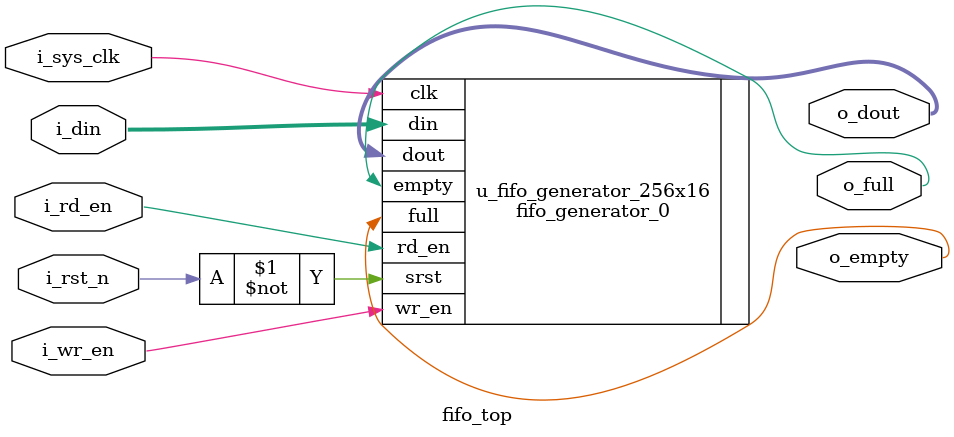
<source format=v>
`timescale 1ns / 1ps


module fifo_top
(
	 input              i_sys_clk
	,input              i_rst_n
	,input    [15:0]    i_din
	,input              i_wr_en
	,input              i_rd_en
	,output   [15:0]    o_dout
	,output             o_empty
	,output             o_full
);
		
fifo_generator_0 u_fifo_generator_256x16
(
	.clk       (i_sys_clk ),//: IN STD_LOGIC;
	.srst      (~i_rst_n  ),//: IN STD_LOGIC;
	.din       (i_din     ),//: IN STD_LOGIC_VECTOR(15 DOWNTO 0);
	.wr_en     (i_wr_en   ),//: IN STD_LOGIC;
	.rd_en     (i_rd_en   ),//: IN STD_LOGIC;
	.dout      (o_dout    ),//: OUT STD_LOGIC_VECTOR(15 DOWNTO 0);
	.full      (o_empty   ),//: OUT STD_LOGIC;
	.empty     (o_full    ) //: OUT STD_LOGIC
);
  
endmodule

</source>
